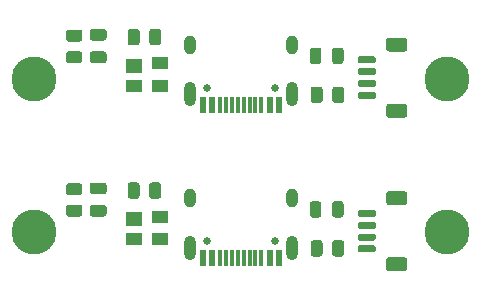
<source format=gbr>
%TF.GenerationSoftware,KiCad,Pcbnew,5.1.10-88a1d61d58~90~ubuntu20.04.1*%
%TF.CreationDate,2022-01-21T20:24:49-08:00*%
%TF.ProjectId,kb-db_panel,6b622d64-625f-4706-916e-656c2e6b6963,rev?*%
%TF.SameCoordinates,Original*%
%TF.FileFunction,Soldermask,Top*%
%TF.FilePolarity,Negative*%
%FSLAX46Y46*%
G04 Gerber Fmt 4.6, Leading zero omitted, Abs format (unit mm)*
G04 Created by KiCad (PCBNEW 5.1.10-88a1d61d58~90~ubuntu20.04.1) date 2022-01-21 20:24:49*
%MOMM*%
%LPD*%
G01*
G04 APERTURE LIST*
%ADD10C,3.800000*%
%ADD11R,1.400000X1.200000*%
%ADD12R,1.400000X1.000000*%
%ADD13O,1.000000X1.600000*%
%ADD14O,1.000000X2.100000*%
%ADD15C,0.650000*%
%ADD16R,0.300000X1.450000*%
%ADD17R,0.600000X1.450000*%
G04 APERTURE END LIST*
%TO.C,F1*%
G36*
G01*
X87699500Y-74071750D02*
X87699500Y-74984250D01*
G75*
G02*
X87455750Y-75228000I-243750J0D01*
G01*
X86968250Y-75228000D01*
G75*
G02*
X86724500Y-74984250I0J243750D01*
G01*
X86724500Y-74071750D01*
G75*
G02*
X86968250Y-73828000I243750J0D01*
G01*
X87455750Y-73828000D01*
G75*
G02*
X87699500Y-74071750I0J-243750D01*
G01*
G37*
G36*
G01*
X85824500Y-74071750D02*
X85824500Y-74984250D01*
G75*
G02*
X85580750Y-75228000I-243750J0D01*
G01*
X85093250Y-75228000D01*
G75*
G02*
X84849500Y-74984250I0J243750D01*
G01*
X84849500Y-74071750D01*
G75*
G02*
X85093250Y-73828000I243750J0D01*
G01*
X85580750Y-73828000D01*
G75*
G02*
X85824500Y-74071750I0J-243750D01*
G01*
G37*
%TD*%
D10*
%TO.C,H2*%
X61487000Y-76472000D03*
%TD*%
D11*
%TO.C,D1*%
X69977000Y-75357000D03*
D12*
X69977000Y-77077000D03*
X72177000Y-77077000D03*
X72177000Y-75177000D03*
%TD*%
%TO.C,R1*%
G36*
G01*
X87761500Y-77379998D02*
X87761500Y-78280002D01*
G75*
G02*
X87511502Y-78530000I-249998J0D01*
G01*
X86986498Y-78530000D01*
G75*
G02*
X86736500Y-78280002I0J249998D01*
G01*
X86736500Y-77379998D01*
G75*
G02*
X86986498Y-77130000I249998J0D01*
G01*
X87511502Y-77130000D01*
G75*
G02*
X87761500Y-77379998I0J-249998D01*
G01*
G37*
G36*
G01*
X85936500Y-77379998D02*
X85936500Y-78280002D01*
G75*
G02*
X85686502Y-78530000I-249998J0D01*
G01*
X85161498Y-78530000D01*
G75*
G02*
X84911500Y-78280002I0J249998D01*
G01*
X84911500Y-77379998D01*
G75*
G02*
X85161498Y-77130000I249998J0D01*
G01*
X85686502Y-77130000D01*
G75*
G02*
X85936500Y-77379998I0J-249998D01*
G01*
G37*
%TD*%
D10*
%TO.C,H1*%
X96487000Y-76472000D03*
%TD*%
%TO.C,J1*%
G36*
G01*
X89052000Y-74579000D02*
X90302000Y-74579000D01*
G75*
G02*
X90452000Y-74729000I0J-150000D01*
G01*
X90452000Y-75029000D01*
G75*
G02*
X90302000Y-75179000I-150000J0D01*
G01*
X89052000Y-75179000D01*
G75*
G02*
X88902000Y-75029000I0J150000D01*
G01*
X88902000Y-74729000D01*
G75*
G02*
X89052000Y-74579000I150000J0D01*
G01*
G37*
G36*
G01*
X89052000Y-75579000D02*
X90302000Y-75579000D01*
G75*
G02*
X90452000Y-75729000I0J-150000D01*
G01*
X90452000Y-76029000D01*
G75*
G02*
X90302000Y-76179000I-150000J0D01*
G01*
X89052000Y-76179000D01*
G75*
G02*
X88902000Y-76029000I0J150000D01*
G01*
X88902000Y-75729000D01*
G75*
G02*
X89052000Y-75579000I150000J0D01*
G01*
G37*
G36*
G01*
X89052000Y-76579000D02*
X90302000Y-76579000D01*
G75*
G02*
X90452000Y-76729000I0J-150000D01*
G01*
X90452000Y-77029000D01*
G75*
G02*
X90302000Y-77179000I-150000J0D01*
G01*
X89052000Y-77179000D01*
G75*
G02*
X88902000Y-77029000I0J150000D01*
G01*
X88902000Y-76729000D01*
G75*
G02*
X89052000Y-76579000I150000J0D01*
G01*
G37*
G36*
G01*
X89052000Y-77579000D02*
X90302000Y-77579000D01*
G75*
G02*
X90452000Y-77729000I0J-150000D01*
G01*
X90452000Y-78029000D01*
G75*
G02*
X90302000Y-78179000I-150000J0D01*
G01*
X89052000Y-78179000D01*
G75*
G02*
X88902000Y-78029000I0J150000D01*
G01*
X88902000Y-77729000D01*
G75*
G02*
X89052000Y-77579000I150000J0D01*
G01*
G37*
G36*
G01*
X91551999Y-72979000D02*
X92852001Y-72979000D01*
G75*
G02*
X93102000Y-73228999I0J-249999D01*
G01*
X93102000Y-73929001D01*
G75*
G02*
X92852001Y-74179000I-249999J0D01*
G01*
X91551999Y-74179000D01*
G75*
G02*
X91302000Y-73929001I0J249999D01*
G01*
X91302000Y-73228999D01*
G75*
G02*
X91551999Y-72979000I249999J0D01*
G01*
G37*
G36*
G01*
X91551999Y-78579000D02*
X92852001Y-78579000D01*
G75*
G02*
X93102000Y-78828999I0J-249999D01*
G01*
X93102000Y-79529001D01*
G75*
G02*
X92852001Y-79779000I-249999J0D01*
G01*
X91551999Y-79779000D01*
G75*
G02*
X91302000Y-79529001I0J249999D01*
G01*
X91302000Y-78828999D01*
G75*
G02*
X91551999Y-78579000I249999J0D01*
G01*
G37*
%TD*%
D13*
%TO.C,USB1*%
X74672000Y-73579000D03*
X83312000Y-73579000D03*
D14*
X74672000Y-77759000D03*
X83312000Y-77759000D03*
D15*
X81882000Y-77229000D03*
X76102000Y-77229000D03*
D16*
X79242000Y-78674000D03*
X78742000Y-78674000D03*
X78242000Y-78674000D03*
X79742000Y-78674000D03*
X77742000Y-78674000D03*
X80242000Y-78674000D03*
X77242000Y-78674000D03*
X80742000Y-78674000D03*
D17*
X81442000Y-78674000D03*
X76542000Y-78674000D03*
X82217000Y-78674000D03*
X75767000Y-78674000D03*
%TD*%
%TO.C,R5*%
G36*
G01*
X64446998Y-72304500D02*
X65347002Y-72304500D01*
G75*
G02*
X65597000Y-72554498I0J-249998D01*
G01*
X65597000Y-73079502D01*
G75*
G02*
X65347002Y-73329500I-249998J0D01*
G01*
X64446998Y-73329500D01*
G75*
G02*
X64197000Y-73079502I0J249998D01*
G01*
X64197000Y-72554498D01*
G75*
G02*
X64446998Y-72304500I249998J0D01*
G01*
G37*
G36*
G01*
X64446998Y-74129500D02*
X65347002Y-74129500D01*
G75*
G02*
X65597000Y-74379498I0J-249998D01*
G01*
X65597000Y-74904502D01*
G75*
G02*
X65347002Y-75154500I-249998J0D01*
G01*
X64446998Y-75154500D01*
G75*
G02*
X64197000Y-74904502I0J249998D01*
G01*
X64197000Y-74379498D01*
G75*
G02*
X64446998Y-74129500I249998J0D01*
G01*
G37*
%TD*%
%TO.C,C1*%
G36*
G01*
X66454000Y-72256000D02*
X67404000Y-72256000D01*
G75*
G02*
X67654000Y-72506000I0J-250000D01*
G01*
X67654000Y-73006000D01*
G75*
G02*
X67404000Y-73256000I-250000J0D01*
G01*
X66454000Y-73256000D01*
G75*
G02*
X66204000Y-73006000I0J250000D01*
G01*
X66204000Y-72506000D01*
G75*
G02*
X66454000Y-72256000I250000J0D01*
G01*
G37*
G36*
G01*
X66454000Y-74156000D02*
X67404000Y-74156000D01*
G75*
G02*
X67654000Y-74406000I0J-250000D01*
G01*
X67654000Y-74906000D01*
G75*
G02*
X67404000Y-75156000I-250000J0D01*
G01*
X66454000Y-75156000D01*
G75*
G02*
X66204000Y-74906000I0J250000D01*
G01*
X66204000Y-74406000D01*
G75*
G02*
X66454000Y-74156000I250000J0D01*
G01*
G37*
%TD*%
%TO.C,R2*%
G36*
G01*
X69417500Y-73394002D02*
X69417500Y-72493998D01*
G75*
G02*
X69667498Y-72244000I249998J0D01*
G01*
X70192502Y-72244000D01*
G75*
G02*
X70442500Y-72493998I0J-249998D01*
G01*
X70442500Y-73394002D01*
G75*
G02*
X70192502Y-73644000I-249998J0D01*
G01*
X69667498Y-73644000D01*
G75*
G02*
X69417500Y-73394002I0J249998D01*
G01*
G37*
G36*
G01*
X71242500Y-73394002D02*
X71242500Y-72493998D01*
G75*
G02*
X71492498Y-72244000I249998J0D01*
G01*
X72017502Y-72244000D01*
G75*
G02*
X72267500Y-72493998I0J-249998D01*
G01*
X72267500Y-73394002D01*
G75*
G02*
X72017502Y-73644000I-249998J0D01*
G01*
X71492498Y-73644000D01*
G75*
G02*
X71242500Y-73394002I0J249998D01*
G01*
G37*
%TD*%
D10*
%TO.C,H2*%
X61487000Y-63472000D03*
%TD*%
%TO.C,H1*%
X96487000Y-63472000D03*
%TD*%
%TO.C,J1*%
G36*
G01*
X91551999Y-65579000D02*
X92852001Y-65579000D01*
G75*
G02*
X93102000Y-65828999I0J-249999D01*
G01*
X93102000Y-66529001D01*
G75*
G02*
X92852001Y-66779000I-249999J0D01*
G01*
X91551999Y-66779000D01*
G75*
G02*
X91302000Y-66529001I0J249999D01*
G01*
X91302000Y-65828999D01*
G75*
G02*
X91551999Y-65579000I249999J0D01*
G01*
G37*
G36*
G01*
X91551999Y-59979000D02*
X92852001Y-59979000D01*
G75*
G02*
X93102000Y-60228999I0J-249999D01*
G01*
X93102000Y-60929001D01*
G75*
G02*
X92852001Y-61179000I-249999J0D01*
G01*
X91551999Y-61179000D01*
G75*
G02*
X91302000Y-60929001I0J249999D01*
G01*
X91302000Y-60228999D01*
G75*
G02*
X91551999Y-59979000I249999J0D01*
G01*
G37*
G36*
G01*
X89052000Y-64579000D02*
X90302000Y-64579000D01*
G75*
G02*
X90452000Y-64729000I0J-150000D01*
G01*
X90452000Y-65029000D01*
G75*
G02*
X90302000Y-65179000I-150000J0D01*
G01*
X89052000Y-65179000D01*
G75*
G02*
X88902000Y-65029000I0J150000D01*
G01*
X88902000Y-64729000D01*
G75*
G02*
X89052000Y-64579000I150000J0D01*
G01*
G37*
G36*
G01*
X89052000Y-63579000D02*
X90302000Y-63579000D01*
G75*
G02*
X90452000Y-63729000I0J-150000D01*
G01*
X90452000Y-64029000D01*
G75*
G02*
X90302000Y-64179000I-150000J0D01*
G01*
X89052000Y-64179000D01*
G75*
G02*
X88902000Y-64029000I0J150000D01*
G01*
X88902000Y-63729000D01*
G75*
G02*
X89052000Y-63579000I150000J0D01*
G01*
G37*
G36*
G01*
X89052000Y-62579000D02*
X90302000Y-62579000D01*
G75*
G02*
X90452000Y-62729000I0J-150000D01*
G01*
X90452000Y-63029000D01*
G75*
G02*
X90302000Y-63179000I-150000J0D01*
G01*
X89052000Y-63179000D01*
G75*
G02*
X88902000Y-63029000I0J150000D01*
G01*
X88902000Y-62729000D01*
G75*
G02*
X89052000Y-62579000I150000J0D01*
G01*
G37*
G36*
G01*
X89052000Y-61579000D02*
X90302000Y-61579000D01*
G75*
G02*
X90452000Y-61729000I0J-150000D01*
G01*
X90452000Y-62029000D01*
G75*
G02*
X90302000Y-62179000I-150000J0D01*
G01*
X89052000Y-62179000D01*
G75*
G02*
X88902000Y-62029000I0J150000D01*
G01*
X88902000Y-61729000D01*
G75*
G02*
X89052000Y-61579000I150000J0D01*
G01*
G37*
%TD*%
%TO.C,C1*%
G36*
G01*
X66454000Y-61156000D02*
X67404000Y-61156000D01*
G75*
G02*
X67654000Y-61406000I0J-250000D01*
G01*
X67654000Y-61906000D01*
G75*
G02*
X67404000Y-62156000I-250000J0D01*
G01*
X66454000Y-62156000D01*
G75*
G02*
X66204000Y-61906000I0J250000D01*
G01*
X66204000Y-61406000D01*
G75*
G02*
X66454000Y-61156000I250000J0D01*
G01*
G37*
G36*
G01*
X66454000Y-59256000D02*
X67404000Y-59256000D01*
G75*
G02*
X67654000Y-59506000I0J-250000D01*
G01*
X67654000Y-60006000D01*
G75*
G02*
X67404000Y-60256000I-250000J0D01*
G01*
X66454000Y-60256000D01*
G75*
G02*
X66204000Y-60006000I0J250000D01*
G01*
X66204000Y-59506000D01*
G75*
G02*
X66454000Y-59256000I250000J0D01*
G01*
G37*
%TD*%
D17*
%TO.C,USB1*%
X75767000Y-65674000D03*
X82217000Y-65674000D03*
X76542000Y-65674000D03*
X81442000Y-65674000D03*
D16*
X80742000Y-65674000D03*
X77242000Y-65674000D03*
X80242000Y-65674000D03*
X77742000Y-65674000D03*
X79742000Y-65674000D03*
X78242000Y-65674000D03*
X78742000Y-65674000D03*
X79242000Y-65674000D03*
D15*
X76102000Y-64229000D03*
X81882000Y-64229000D03*
D14*
X83312000Y-64759000D03*
X74672000Y-64759000D03*
D13*
X83312000Y-60579000D03*
X74672000Y-60579000D03*
%TD*%
%TO.C,R5*%
G36*
G01*
X64446998Y-61129500D02*
X65347002Y-61129500D01*
G75*
G02*
X65597000Y-61379498I0J-249998D01*
G01*
X65597000Y-61904502D01*
G75*
G02*
X65347002Y-62154500I-249998J0D01*
G01*
X64446998Y-62154500D01*
G75*
G02*
X64197000Y-61904502I0J249998D01*
G01*
X64197000Y-61379498D01*
G75*
G02*
X64446998Y-61129500I249998J0D01*
G01*
G37*
G36*
G01*
X64446998Y-59304500D02*
X65347002Y-59304500D01*
G75*
G02*
X65597000Y-59554498I0J-249998D01*
G01*
X65597000Y-60079502D01*
G75*
G02*
X65347002Y-60329500I-249998J0D01*
G01*
X64446998Y-60329500D01*
G75*
G02*
X64197000Y-60079502I0J249998D01*
G01*
X64197000Y-59554498D01*
G75*
G02*
X64446998Y-59304500I249998J0D01*
G01*
G37*
%TD*%
%TO.C,R2*%
G36*
G01*
X71242500Y-60394002D02*
X71242500Y-59493998D01*
G75*
G02*
X71492498Y-59244000I249998J0D01*
G01*
X72017502Y-59244000D01*
G75*
G02*
X72267500Y-59493998I0J-249998D01*
G01*
X72267500Y-60394002D01*
G75*
G02*
X72017502Y-60644000I-249998J0D01*
G01*
X71492498Y-60644000D01*
G75*
G02*
X71242500Y-60394002I0J249998D01*
G01*
G37*
G36*
G01*
X69417500Y-60394002D02*
X69417500Y-59493998D01*
G75*
G02*
X69667498Y-59244000I249998J0D01*
G01*
X70192502Y-59244000D01*
G75*
G02*
X70442500Y-59493998I0J-249998D01*
G01*
X70442500Y-60394002D01*
G75*
G02*
X70192502Y-60644000I-249998J0D01*
G01*
X69667498Y-60644000D01*
G75*
G02*
X69417500Y-60394002I0J249998D01*
G01*
G37*
%TD*%
%TO.C,R1*%
G36*
G01*
X85936500Y-64379998D02*
X85936500Y-65280002D01*
G75*
G02*
X85686502Y-65530000I-249998J0D01*
G01*
X85161498Y-65530000D01*
G75*
G02*
X84911500Y-65280002I0J249998D01*
G01*
X84911500Y-64379998D01*
G75*
G02*
X85161498Y-64130000I249998J0D01*
G01*
X85686502Y-64130000D01*
G75*
G02*
X85936500Y-64379998I0J-249998D01*
G01*
G37*
G36*
G01*
X87761500Y-64379998D02*
X87761500Y-65280002D01*
G75*
G02*
X87511502Y-65530000I-249998J0D01*
G01*
X86986498Y-65530000D01*
G75*
G02*
X86736500Y-65280002I0J249998D01*
G01*
X86736500Y-64379998D01*
G75*
G02*
X86986498Y-64130000I249998J0D01*
G01*
X87511502Y-64130000D01*
G75*
G02*
X87761500Y-64379998I0J-249998D01*
G01*
G37*
%TD*%
%TO.C,F1*%
G36*
G01*
X85824500Y-61071750D02*
X85824500Y-61984250D01*
G75*
G02*
X85580750Y-62228000I-243750J0D01*
G01*
X85093250Y-62228000D01*
G75*
G02*
X84849500Y-61984250I0J243750D01*
G01*
X84849500Y-61071750D01*
G75*
G02*
X85093250Y-60828000I243750J0D01*
G01*
X85580750Y-60828000D01*
G75*
G02*
X85824500Y-61071750I0J-243750D01*
G01*
G37*
G36*
G01*
X87699500Y-61071750D02*
X87699500Y-61984250D01*
G75*
G02*
X87455750Y-62228000I-243750J0D01*
G01*
X86968250Y-62228000D01*
G75*
G02*
X86724500Y-61984250I0J243750D01*
G01*
X86724500Y-61071750D01*
G75*
G02*
X86968250Y-60828000I243750J0D01*
G01*
X87455750Y-60828000D01*
G75*
G02*
X87699500Y-61071750I0J-243750D01*
G01*
G37*
%TD*%
D12*
%TO.C,D1*%
X72177000Y-62177000D03*
X72177000Y-64077000D03*
X69977000Y-64077000D03*
D11*
X69977000Y-62357000D03*
%TD*%
M02*

</source>
